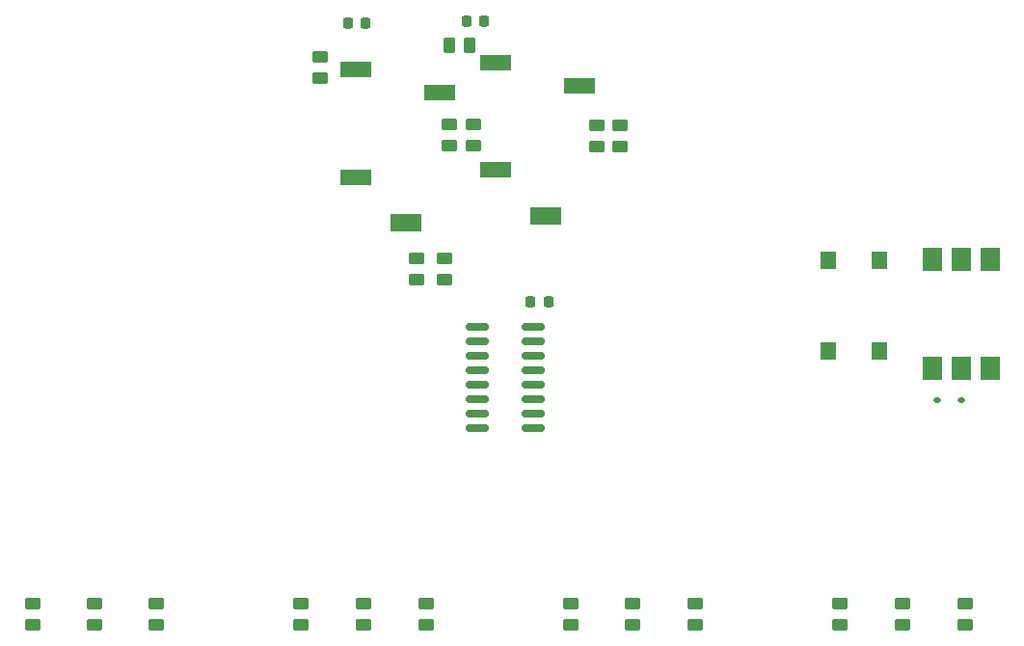
<source format=gtp>
%TF.GenerationSoftware,KiCad,Pcbnew,8.0.3*%
%TF.CreationDate,2024-07-12T18:25:32-05:00*%
%TF.ProjectId,controller,636f6e74-726f-46c6-9c65-722e6b696361,rev?*%
%TF.SameCoordinates,Original*%
%TF.FileFunction,Paste,Top*%
%TF.FilePolarity,Positive*%
%FSLAX46Y46*%
G04 Gerber Fmt 4.6, Leading zero omitted, Abs format (unit mm)*
G04 Created by KiCad (PCBNEW 8.0.3) date 2024-07-12 18:25:32*
%MOMM*%
%LPD*%
G01*
G04 APERTURE LIST*
G04 Aperture macros list*
%AMRoundRect*
0 Rectangle with rounded corners*
0 $1 Rounding radius*
0 $2 $3 $4 $5 $6 $7 $8 $9 X,Y pos of 4 corners*
0 Add a 4 corners polygon primitive as box body*
4,1,4,$2,$3,$4,$5,$6,$7,$8,$9,$2,$3,0*
0 Add four circle primitives for the rounded corners*
1,1,$1+$1,$2,$3*
1,1,$1+$1,$4,$5*
1,1,$1+$1,$6,$7*
1,1,$1+$1,$8,$9*
0 Add four rect primitives between the rounded corners*
20,1,$1+$1,$2,$3,$4,$5,0*
20,1,$1+$1,$4,$5,$6,$7,0*
20,1,$1+$1,$6,$7,$8,$9,0*
20,1,$1+$1,$8,$9,$2,$3,0*%
G04 Aperture macros list end*
%ADD10RoundRect,0.250000X0.450000X-0.262500X0.450000X0.262500X-0.450000X0.262500X-0.450000X-0.262500X0*%
%ADD11RoundRect,0.250000X-0.450000X0.262500X-0.450000X-0.262500X0.450000X-0.262500X0.450000X0.262500X0*%
%ADD12RoundRect,0.218750X-0.218750X-0.256250X0.218750X-0.256250X0.218750X0.256250X-0.218750X0.256250X0*%
%ADD13R,2.800000X1.600000*%
%ADD14R,2.800000X1.400000*%
%ADD15R,1.400000X1.600000*%
%ADD16R,1.780000X2.000000*%
%ADD17RoundRect,0.250000X-0.262500X-0.450000X0.262500X-0.450000X0.262500X0.450000X-0.262500X0.450000X0*%
%ADD18RoundRect,0.225000X0.225000X0.250000X-0.225000X0.250000X-0.225000X-0.250000X0.225000X-0.250000X0*%
%ADD19RoundRect,0.150000X-0.825000X-0.150000X0.825000X-0.150000X0.825000X0.150000X-0.825000X0.150000X0*%
%ADD20RoundRect,0.112500X-0.187500X-0.112500X0.187500X-0.112500X0.187500X0.112500X-0.187500X0.112500X0*%
G04 APERTURE END LIST*
D10*
%TO.C,R3*%
X123700000Y-34400000D03*
X123700000Y-36225000D03*
%TD*%
D11*
%TO.C,R11*%
X124827577Y-76400000D03*
X124827577Y-78225000D03*
%TD*%
D10*
%TO.C,R6*%
X110800000Y-36125000D03*
X110800000Y-34300000D03*
%TD*%
D12*
%TO.C,DT1*%
X111787500Y-25200000D03*
X110212500Y-25200000D03*
%TD*%
D13*
%TO.C,J1-I1*%
X104932000Y-42900000D03*
D14*
X107882000Y-31500000D03*
X100482000Y-38900000D03*
X100482000Y-29500000D03*
%TD*%
D15*
%TO.C,SW1*%
X142000000Y-54200000D03*
X142000000Y-46200000D03*
X146500000Y-54200000D03*
X146500000Y-46200000D03*
%TD*%
D11*
%TO.C,R15*%
X119400000Y-76400000D03*
X119400000Y-78225000D03*
%TD*%
%TO.C,R9*%
X77516663Y-76400000D03*
X77516663Y-78225000D03*
%TD*%
%TO.C,R5*%
X97400000Y-28387500D03*
X97400000Y-30212500D03*
%TD*%
D16*
%TO.C,U1*%
X151100000Y-46170000D03*
X153640000Y-46170000D03*
X156180000Y-46170000D03*
X156180000Y-55700000D03*
X153640000Y-55700000D03*
X151100000Y-55700000D03*
%TD*%
D11*
%TO.C,R8*%
X105800000Y-46087500D03*
X105800000Y-47912500D03*
%TD*%
%TO.C,R18*%
X106700000Y-76387500D03*
X106700000Y-78212500D03*
%TD*%
D17*
%TO.C,R2*%
X108687500Y-27300000D03*
X110512500Y-27300000D03*
%TD*%
D11*
%TO.C,R20*%
X154000000Y-76387500D03*
X154000000Y-78212500D03*
%TD*%
%TO.C,R7*%
X108300000Y-46087500D03*
X108300000Y-47912500D03*
%TD*%
%TO.C,R13*%
X72100000Y-76400000D03*
X72100000Y-78225000D03*
%TD*%
%TO.C,R17*%
X83000000Y-76387500D03*
X83000000Y-78212500D03*
%TD*%
%TO.C,R19*%
X130300000Y-76387500D03*
X130300000Y-78212500D03*
%TD*%
%TO.C,R10*%
X101172120Y-76400000D03*
X101172120Y-78225000D03*
%TD*%
%TO.C,R16*%
X143000000Y-76400000D03*
X143000000Y-78225000D03*
%TD*%
%TO.C,R12*%
X148483034Y-76400000D03*
X148483034Y-78225000D03*
%TD*%
D18*
%TO.C,C1*%
X117400000Y-49900000D03*
X115850000Y-49900000D03*
%TD*%
D13*
%TO.C,J11-O1*%
X117200000Y-42300000D03*
D14*
X120150000Y-30900000D03*
X112750000Y-38300000D03*
X112750000Y-28900000D03*
%TD*%
D19*
%TO.C,U2*%
X116120000Y-52030000D03*
X116120000Y-53300000D03*
X116120000Y-54570000D03*
X116120000Y-55840000D03*
X116120000Y-57110000D03*
X116120000Y-58380000D03*
X116120000Y-59650000D03*
X116120000Y-60920000D03*
X111170000Y-60920000D03*
X111170000Y-59650000D03*
X111170000Y-58380000D03*
X111170000Y-57110000D03*
X111170000Y-55840000D03*
X111170000Y-54570000D03*
X111170000Y-53300000D03*
X111170000Y-52030000D03*
%TD*%
D11*
%TO.C,R14*%
X95700000Y-76387500D03*
X95700000Y-78212500D03*
%TD*%
%TO.C,R4*%
X108700000Y-34300000D03*
X108700000Y-36125000D03*
%TD*%
D12*
%TO.C,DR1*%
X99812500Y-25400000D03*
X101387500Y-25400000D03*
%TD*%
D10*
%TO.C,R1*%
X121700000Y-34387500D03*
X121700000Y-36212500D03*
%TD*%
D20*
%TO.C,D1*%
X151550000Y-58500000D03*
X153650000Y-58500000D03*
%TD*%
M02*

</source>
